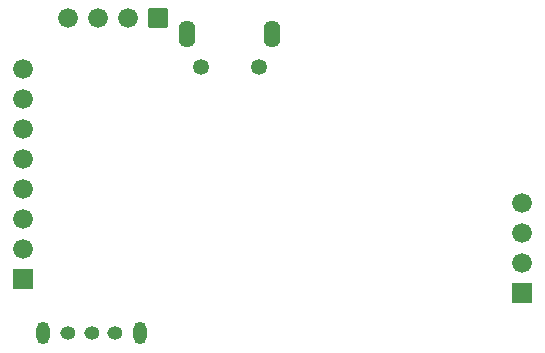
<source format=gbs>
G04 Layer: BottomSolderMaskLayer*
G04 EasyEDA v6.5.39, 2024-01-11 12:10:10*
G04 6726c83836ac4f208e7d9a6969430780,b65fc79a3ba447d2aedd2257ff82dca6,10*
G04 Gerber Generator version 0.2*
G04 Scale: 100 percent, Rotated: No, Reflected: No *
G04 Dimensions in millimeters *
G04 leading zeros omitted , absolute positions ,4 integer and 5 decimal *
%FSLAX45Y45*%
%MOMM*%

%AMMACRO1*1,1,$1,$2,$3*1,1,$1,$4,$5*1,1,$1,0-$2,0-$3*1,1,$1,0-$4,0-$5*20,1,$1,$2,$3,$4,$5,0*20,1,$1,$4,$5,0-$2,0-$3,0*20,1,$1,0-$2,0-$3,0-$4,0-$5,0*20,1,$1,0-$4,0-$5,$2,$3,0*4,1,4,$2,$3,$4,$5,0-$2,0-$3,0-$4,0-$5,$2,$3,0*%
%ADD10R,1.6764X1.6764*%
%ADD11C,1.6764*%
%ADD12MACRO1,0.1016X0.7874X-0.7874X-0.7874X-0.7874*%
%ADD13O,1.4015974000000002X2.3015956*%
%ADD14C,1.3516*%
%ADD15O,1.3014960000000002X1.1015979999999999*%
%ADD16O,1.1015979999999999X1.9015963999999999*%

%LPD*%
D10*
G01*
X6667500Y3365500D03*
D11*
G01*
X6667500Y3619500D03*
G01*
X6667500Y3873500D03*
G01*
X6667500Y4127500D03*
D10*
G01*
X2438400Y3479800D03*
D11*
G01*
X2438400Y3733800D03*
G01*
X2438400Y3987800D03*
G01*
X2438400Y4241800D03*
G01*
X2438400Y4495800D03*
G01*
X2438400Y4749800D03*
G01*
X2438400Y5003800D03*
G01*
X2438400Y5257800D03*
D12*
G01*
X3581400Y5689600D03*
D11*
G01*
X3327400Y5689600D03*
G01*
X3073400Y5689600D03*
G01*
X2819400Y5689600D03*
D13*
G01*
X3831005Y5557240D03*
G01*
X4550994Y5557291D03*
D14*
G01*
X4433493Y5277281D03*
G01*
X3948506Y5277281D03*
D15*
G01*
X2822727Y3022600D03*
G01*
X3022625Y3022600D03*
G01*
X3222472Y3022600D03*
D16*
G01*
X3432530Y3022600D03*
G01*
X2612643Y3022600D03*
M02*

</source>
